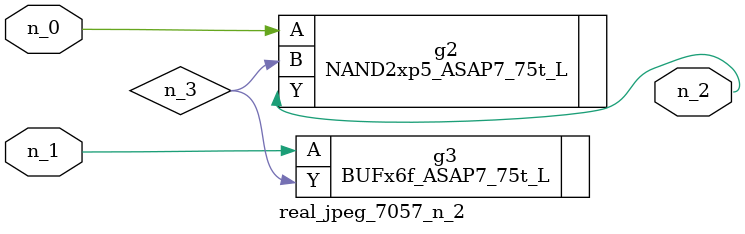
<source format=v>
module real_jpeg_7057_n_2 (n_1, n_0, n_2);

input n_1;
input n_0;

output n_2;

wire n_3;

NAND2xp5_ASAP7_75t_L g2 ( 
.A(n_0),
.B(n_3),
.Y(n_2)
);

BUFx6f_ASAP7_75t_L g3 ( 
.A(n_1),
.Y(n_3)
);


endmodule
</source>
